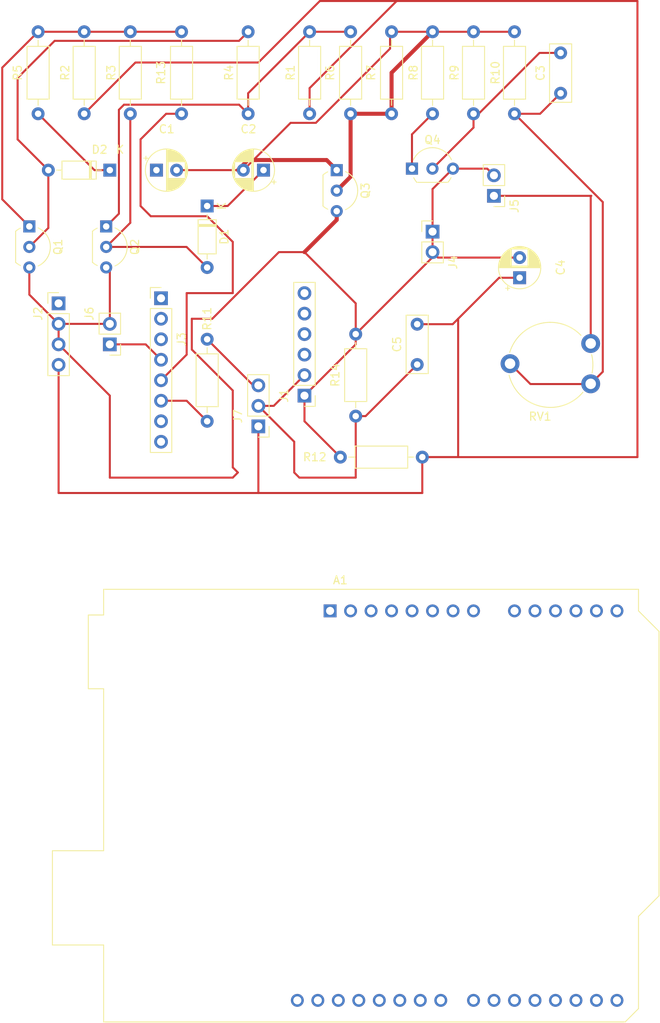
<source format=kicad_pcb>
(kicad_pcb (version 20221018) (generator pcbnew)
  (layers (0 "F.Cu" signal) (31 "B.Cu" signal) (34 "B.Paste" user) (35 "F.Paste" user) (36 "B.SilkS" user "B.Silkscreen") (37 "F.SilkS" user "F.Silkscreen") (38 "B.Mask" user) (39 "F.Mask" user) (44 "Edge.Cuts" user))
  (net 0 "")
  (net 1 "Net-(D2-K)")
  (net 2 "Net-(Q3-C)")
  (net 3 "Net-(D1-K)")
  (net 4 "Net-(C3-Pad1)")
  (net 5 "Net-(Q4-B)")
  (net 6 "VCC")
  (net 7 "GND")
  (net 8 "Net-(J1-Pin_2)")
  (net 9 "Net-(D1-A)")
  (net 10 "Net-(D2-A)")
  (net 11 "Micro")
  (net 12 "Taste")
  (net 13 "Net-(Q2-C)")
  (net 14 "Net-(Q1-C)")
  (net 15 "Net-(Q3-B)")
  (net 16 "Net-(Q4-C)")
  (net 17 "Net-(J7-Pin_3)")
  (net 18 "Net-(J3-Pin_6)")
  (net 19 "DI6")
  (footprint "Potentiometer_THT:Potentiometer_Piher_PT-10-V10_Vertical_Hole" (layer "F.Cu") (at 150.415 104.03 180)
    (fp_text reference "RV1" (at 6.27 -9.05) (layer "F.SilkS"))
    (fp_text value "10k")
    (pad "" np_thru_hole circle (at 5 -2.65 180) (size 4 4) (drill 4) (layers "*.Cu" "*.Mask"))
    (pad "1" thru_hole circle (at 0 0 180) (size 2.34 2.34) (drill 1.3) (layers "*.Cu" "*.Mask") (net 11 "Micro"))
    (pad "2" thru_hole circle (at 10 -2.5 180) (size 2.34 2.34) (drill 1.3) (layers "*.Cu" "*.Mask") (net 4 "Net-(C3-Pad1)"))
    (pad "3" thru_hole circle (at 0 -5 180) (size 2.34 2.34) (drill 1.3) (layers "*.Cu" "*.Mask") (net 4 "Net-(C3-Pad1)"))
  )
  (footprint "Resistor_THT:R_Axial_DIN0207_L6.3mm_D2.5mm_P10.16mm_Horizontal" (layer "F.Cu") (at 115.57 75.565 90)
    (fp_text reference "R1" (at 5.08 -2.37 90) (layer "F.SilkS"))
    (fp_text value "1k")
    (pad "1" thru_hole circle (at 0 0 90) (size 1.6 1.6) (drill 0.8) (layers "*.Cu" "*.Mask") (net 6 "VCC"))
    (pad "2" thru_hole oval (at 10.16 0 90) (size 1.6 1.6) (drill 0.8) (layers "*.Cu" "*.Mask") (net 13 "Net-(Q2-C)"))
  )
  (footprint "Resistor_THT:R_Axial_DIN0207_L6.3mm_D2.5mm_P10.16mm_Horizontal" (layer "F.Cu") (at 102.87 103.505 -90)
    (fp_text reference "R11" (at -2.54 0 90) (layer "F.SilkS"))
    (fp_text value "470")
    (pad "1" thru_hole circle (at 0 0 270) (size 1.6 1.6) (drill 0.8) (layers "*.Cu" "*.Mask") (net 17 "Net-(J7-Pin_3)"))
    (pad "2" thru_hole oval (at 10.16 0 270) (size 1.6 1.6) (drill 0.8) (layers "*.Cu" "*.Mask") (net 18 "Net-(J3-Pin_6)"))
  )
  (footprint "Resistor_THT:R_Axial_DIN0207_L6.3mm_D2.5mm_P10.16mm_Horizontal" (layer "F.Cu") (at 99.695 65.405 -90)
    (fp_text reference "R13" (at 5.08 2.54 90) (layer "F.SilkS"))
    (fp_text value "470")
    (pad "1" thru_hole circle (at 0 0 270) (size 1.6 1.6) (drill 0.8) (layers "*.Cu" "*.Mask") (net 14 "Net-(Q1-C)"))
    (pad "2" thru_hole oval (at 10.16 0 270) (size 1.6 1.6) (drill 0.8) (layers "*.Cu" "*.Mask") (net 19 "DI6"))
  )
  (footprint "Resistor_THT:R_Axial_DIN0207_L6.3mm_D2.5mm_P10.16mm_Horizontal" (layer "F.Cu") (at 81.915 65.405 -90)
    (fp_text reference "R5" (at 5.08 2.54 90) (layer "F.SilkS"))
    (fp_text value "1k")
    (pad "1" thru_hole circle (at 0 0 270) (size 1.6 1.6) (drill 0.8) (layers "*.Cu" "*.Mask") (net 14 "Net-(Q1-C)"))
    (pad "2" thru_hole oval (at 10.16 0 270) (size 1.6 1.6) (drill 0.8) (layers "*.Cu" "*.Mask") (net 1 "Net-(D2-K)"))
  )
  (footprint "Connector_PinHeader_2.54mm:PinHeader_1x03_P2.54mm_Vertical" (layer "F.Cu") (at 109.22 114.3 180)
    (fp_text reference "J7" (at 2.54 1.255 90) (layer "F.SilkS"))
    (fp_text value "03")
    (pad "1" thru_hole rect (at 0 0 180) (size 1.7 1.7) (drill 1) (layers "*.Cu" "*.Mask") (net 6 "VCC"))
    (pad "2" thru_hole oval (at 0 2.54 180) (size 1.7 1.7) (drill 1) (layers "*.Cu" "*.Mask") (net 8 "Net-(J1-Pin_2)"))
    (pad "3" thru_hole oval (at 0 5.08 180) (size 1.7 1.7) (drill 1) (layers "*.Cu" "*.Mask") (net 17 "Net-(J7-Pin_3)"))
  )
  (footprint "Diode_THT:D_DO-35_SOD27_P7.62mm_Horizontal" (layer "F.Cu") (at 102.87 86.995 -90)
    (fp_text reference "D1" (at 3.81 -2.12 -270) (layer "F.SilkS"))
    (fp_text value "1N4148")
    (fp_text user "K" (at 0 -1.8 -270) (layer "F.SilkS"))
    (pad "1" thru_hole rect (at 0 0 270) (size 1.6 1.6) (drill 0.8) (layers "*.Cu" "*.Mask") (net 3 "Net-(D1-K)"))
    (pad "2" thru_hole oval (at 7.62 0 270) (size 1.6 1.6) (drill 0.8) (layers "*.Cu" "*.Mask") (net 9 "Net-(D1-A)"))
  )
  (footprint "Resistor_THT:R_Axial_DIN0207_L6.3mm_D2.5mm_P10.16mm_Horizontal" (layer "F.Cu") (at 87.63 75.565 90)
    (fp_text reference "R2" (at 5.08 -2.37 90) (layer "F.SilkS"))
    (fp_text value "1k")
    (pad "1" thru_hole circle (at 0 0 90) (size 1.6 1.6) (drill 0.8) (layers "*.Cu" "*.Mask") (net 6 "VCC"))
    (pad "2" thru_hole oval (at 10.16 0 90) (size 1.6 1.6) (drill 0.8) (layers "*.Cu" "*.Mask") (net 14 "Net-(Q1-C)"))
  )
  (footprint "Package_TO_SOT_THT:TO-92L_Inline_Wide" (layer "F.Cu") (at 80.83 89.525 -90)
    (fp_text reference "Q1" (at 2.54 -3.56 90) (layer "F.SilkS"))
    (fp_text value "BC547")
    (pad "1" thru_hole rect (at 0 0 270) (size 1.5 1.5) (drill 0.8) (layers "*.Cu" "*.Mask") (net 14 "Net-(Q1-C)"))
    (pad "2" thru_hole circle (at 2.54 0 270) (size 1.5 1.5) (drill 0.8) (layers "*.Cu" "*.Mask") (net 10 "Net-(D2-A)"))
    (pad "3" thru_hole circle (at 5.08 0 270) (size 1.5 1.5) (drill 0.8) (layers "*.Cu" "*.Mask") (net 7 "GND"))
  )
  (footprint "Capacitor_THT:CP_Radial_D5.0mm_P2.50mm" (layer "F.Cu") (at 96.584888 82.55)
    (fp_text reference "C1" (at 1.27 -5.08) (layer "F.SilkS"))
    (fp_text value "47μF")
    (pad "1" thru_hole rect (at 0 0) (size 1.6 1.6) (drill 0.8) (layers "*.Cu" "*.Mask") (net 1 "Net-(D2-K)"))
    (pad "2" thru_hole circle (at 2.5 0) (size 1.6 1.6) (drill 0.8) (layers "*.Cu" "*.Mask") (net 2 "Net-(Q3-C)"))
  )
  (footprint "Package_TO_SOT_THT:TO-92L_Inline_Wide" (layer "F.Cu") (at 118.93 82.55 -90)
    (fp_text reference "Q3" (at 2.54 -3.56 90) (layer "F.SilkS"))
    (fp_text value "BC547")
    (pad "1" thru_hole rect (at 0 0 270) (size 1.5 1.5) (drill 0.8) (layers "*.Cu" "*.Mask") (net 2 "Net-(Q3-C)"))
    (pad "2" thru_hole circle (at 2.54 0 270) (size 1.5 1.5) (drill 0.8) (layers "*.Cu" "*.Mask") (net 15 "Net-(Q3-B)"))
    (pad "3" thru_hole circle (at 5.08 0 270) (size 1.5 1.5) (drill 0.8) (layers "*.Cu" "*.Mask") (net 7 "GND"))
  )
  (footprint "Connector_PinHeader_2.54mm:PinHeader_1x02_P2.54mm_Vertical" (layer "F.Cu") (at 138.42 85.735 180)
    (fp_text reference "J5" (at -2.54 -1.27 90) (layer "F.SilkS"))
    (fp_text value "Micro")
    (pad "1" thru_hole rect (at 0 0 180) (size 1.7 1.7) (drill 1) (layers "*.Cu" "*.Mask") (net 11 "Micro"))
    (pad "2" thru_hole oval (at 0 2.54 180) (size 1.7 1.7) (drill 1) (layers "*.Cu" "*.Mask") (net 7 "GND"))
  )
  (footprint "Resistor_THT:R_Axial_DIN0207_L6.3mm_D2.5mm_P10.16mm_Horizontal" (layer "F.Cu") (at 121.285 102.87 -90)
    (fp_text reference "R14" (at 5.08 2.54 90) (layer "F.SilkS"))
    (fp_text value "0,22")
    (pad "1" thru_hole circle (at 0 0 270) (size 1.6 1.6) (drill 0.8) (layers "*.Cu" "*.Mask") (net 7 "GND"))
    (pad "2" thru_hole oval (at 10.16 0 270) (size 1.6 1.6) (drill 0.8) (layers "*.Cu" "*.Mask") (net 8 "Net-(J1-Pin_2)"))
  )
  (footprint "Diode_THT:D_DO-35_SOD27_P7.62mm_Horizontal" (layer "F.Cu") (at 90.805 82.55 180)
    (fp_text reference "D2" (at 1.27 2.54) (layer "F.SilkS"))
    (fp_text value "1N4148")
    (fp_text user "K" (at -1.27 2.54) (layer "F.SilkS"))
    (pad "1" thru_hole rect (at 0 0 180) (size 1.6 1.6) (drill 0.8) (layers "*.Cu" "*.Mask") (net 1 "Net-(D2-K)"))
    (pad "2" thru_hole oval (at 7.62 0 180) (size 1.6 1.6) (drill 0.8) (layers "*.Cu" "*.Mask") (net 10 "Net-(D2-A)"))
  )
  (footprint "Connector_PinHeader_2.54mm:PinHeader_1x08_P2.54mm_Vertical" (layer "F.Cu") (at 97.155 98.425)
    (fp_text reference "J3" (at 2.54 5.08 90) (layer "F.SilkS"))
    (fp_text value "DIGITAL")
    (pad "1" thru_hole rect (at 0 0) (size 1.7 1.7) (drill 1) (layers "*.Cu" "*.Mask"))
    (pad "2" thru_hole oval (at 0 2.54) (size 1.7 1.7) (drill 1) (layers "*.Cu" "*.Mask"))
    (pad "3" thru_hole oval (at 0 5.08) (size 1.7 1.7) (drill 1) (layers "*.Cu" "*.Mask"))
    (pad "4" thru_hole oval (at 0 7.62) (size 1.7 1.7) (drill 1) (layers "*.Cu" "*.Mask") (net 12 "Taste"))
    (pad "5" thru_hole oval (at 0 10.16) (size 1.7 1.7) (drill 1) (layers "*.Cu" "*.Mask") (net 19 "DI6"))
    (pad "6" thru_hole oval (at 0 12.7) (size 1.7 1.7) (drill 1) (layers "*.Cu" "*.Mask") (net 18 "Net-(J3-Pin_6)"))
    (pad "7" thru_hole oval (at 0 15.24) (size 1.7 1.7) (drill 1) (layers "*.Cu" "*.Mask"))
    (pad "8" thru_hole oval (at 0 17.78) (size 1.7 1.7) (drill 1) (layers "*.Cu" "*.Mask"))
  )
  (footprint "Connector_PinHeader_2.54mm:PinHeader_1x02_P2.54mm_Vertical" (layer "F.Cu") (at 130.81 90.17)
    (fp_text reference "J4" (at 2.54 3.81 90) (layer "F.SilkS"))
    (fp_text value "LDR")
    (pad "1" thru_hole rect (at 0 0) (size 1.7 1.7) (drill 1) (layers "*.Cu" "*.Mask") (net 7 "GND"))
    (pad "2" thru_hole oval (at 0 2.54) (size 1.7 1.7) (drill 1) (layers "*.Cu" "*.Mask") (net 7 "GND"))
  )
  (footprint "Package_TO_SOT_THT:TO-92L_Inline_Wide" (layer "F.Cu") (at 128.26 82.365)
    (fp_text reference "Q4" (at 2.54 -3.56) (layer "F.SilkS"))
    (fp_text value "BC547")
    (pad "1" thru_hole rect (at 0 0) (size 1.5 1.5) (drill 0.8) (layers "*.Cu" "*.Mask") (net 16 "Net-(Q4-C)"))
    (pad "2" thru_hole circle (at 2.54 0) (size 1.5 1.5) (drill 0.8) (layers "*.Cu" "*.Mask") (net 5 "Net-(Q4-B)"))
    (pad "3" thru_hole circle (at 5.08 0) (size 1.5 1.5) (drill 0.8) (layers "*.Cu" "*.Mask") (net 7 "GND"))
  )
  (footprint "Connector_PinHeader_2.54mm:PinHeader_1x04_P2.54mm_Vertical" (layer "F.Cu") (at 84.455 99.06)
    (fp_text reference "J2" (at -2.54 1.27 90) (layer "F.SilkS"))
    (fp_text value "Power")
    (pad "1" thru_hole rect (at 0 0) (size 1.7 1.7) (drill 1) (layers "*.Cu" "*.Mask"))
    (pad "2" thru_hole oval (at 0 2.54) (size 1.7 1.7) (drill 1) (layers "*.Cu" "*.Mask") (net 7 "GND"))
    (pad "3" thru_hole oval (at 0 5.08) (size 1.7 1.7) (drill 1) (layers "*.Cu" "*.Mask") (net 7 "GND"))
    (pad "4" thru_hole oval (at 0 7.62) (size 1.7 1.7) (drill 1) (layers "*.Cu" "*.Mask") (net 6 "VCC"))
  )
  (footprint "Connector_PinHeader_2.54mm:PinHeader_1x06_P2.54mm_Vertical" (layer "F.Cu") (at 114.935 110.49 180)
    (fp_text reference "J1" (at 2.54 0 90) (layer "F.SilkS"))
    (fp_text value "Analog IN")
    (pad "1" thru_hole rect (at 0 0 180) (size 1.7 1.7) (drill 1) (layers "*.Cu" "*.Mask") (net 7 "GND"))
    (pad "2" thru_hole oval (at 0 2.54 180) (size 1.7 1.7) (drill 1) (layers "*.Cu" "*.Mask") (net 8 "Net-(J1-Pin_2)"))
    (pad "3" thru_hole oval (at 0 5.08 180) (size 1.7 1.7) (drill 1) (layers "*.Cu" "*.Mask"))
    (pad "4" thru_hole oval (at 0 7.62 180) (size 1.7 1.7) (drill 1) (layers "*.Cu" "*.Mask"))
    (pad "5" thru_hole oval (at 0 10.16 180) (size 1.7 1.7) (drill 1) (layers "*.Cu" "*.Mask"))
    (pad "6" thru_hole oval (at 0 12.7 180) (size 1.7 1.7) (drill 1) (layers "*.Cu" "*.Mask"))
  )
  (footprint "Resistor_THT:R_Axial_DIN0207_L6.3mm_D2.5mm_P10.16mm_Horizontal" (layer "F.Cu") (at 130.81 75.565 90)
    (fp_text reference "R8" (at 5.08 -2.37 90) (layer "F.SilkS"))
    (fp_text value "4k7")
    (pad "1" thru_hole circle (at 0 0 90) (size 1.6 1.6) (drill 0.8) (layers "*.Cu" "*.Mask") (net 16 "Net-(Q4-C)"))
    (pad "2" thru_hole oval (at 10.16 0 90) (size 1.6 1.6) (drill 0.8) (layers "*.Cu" "*.Mask") (net 15 "Net-(Q3-B)"))
  )
  (footprint "Capacitor_THT:C_Disc_D7.0mm_W2.5mm_P5.00mm" (layer "F.Cu") (at 146.685 73.025 90)
    (fp_text reference "C3" (at 2.5 -2.5 90) (layer "F.SilkS"))
    (fp_text value "100NF")
    (pad "1" thru_hole circle (at 0 0 90) (size 1.6 1.6) (drill 0.8) (layers "*.Cu" "*.Mask") (net 4 "Net-(C3-Pad1)"))
    (pad "2" thru_hole circle (at 5 0 90) (size 1.6 1.6) (drill 0.8) (layers "*.Cu" "*.Mask") (net 5 "Net-(Q4-B)"))
  )
  (footprint "Capacitor_THT:CP_Radial_D5.0mm_P2.50mm" (layer "F.Cu") (at 141.605 95.885 90)
    (fp_text reference "C4" (at 1.27 5.08 270) (layer "F.SilkS"))
    (fp_text value "47μF")
    (pad "1" thru_hole rect (at 0 0 90) (size 1.6 1.6) (drill 0.8) (layers "*.Cu" "*.Mask") (net 6 "VCC"))
    (pad "2" thru_hole circle (at 2.5 0 90) (size 1.6 1.6) (drill 0.8) (layers "*.Cu" "*.Mask") (net 7 "GND"))
  )
  (footprint "Module:Arduino_UNO_R2" (layer "F.Cu") (at 118.11 137.16)
    (fp_text reference "A1" (at 1.27 -3.81 180) (layer "F.SilkS"))
    (fp_text value "Arduino_UNO_R2")
    (pad "1" thru_hole rect (at 0 0 90) (size 1.6 1.6) (drill 1) (layers "*.Cu" "*.Mask"))
    (pad "2" thru_hole oval (at 2.54 0 90) (size 1.6 1.6) (drill 1) (layers "*.Cu" "*.Mask"))
    (pad "3" thru_hole oval (at 5.08 0 90) (size 1.6 1.6) (drill 1) (layers "*.Cu" "*.Mask"))
    (pad "4" thru_hole oval (at 7.62 0 90) (size 1.6 1.6) (drill 1) (layers "*.Cu" "*.Mask"))
    (pad "5" thru_hole oval (at 10.16 0 90) (size 1.6 1.6) (drill 1) (layers "*.Cu" "*.Mask"))
    (pad "6" thru_hole oval (at 12.7 0 90) (size 1.6 1.6) (drill 1) (layers "*.Cu" "*.Mask"))
    (pad "7" thru_hole oval (at 15.24 0 90) (size 1.6 1.6) (drill 1) (layers "*.Cu" "*.Mask"))
    (pad "8" thru_hole oval (at 17.78 0 90) (size 1.6 1.6) (drill 1) (layers "*.Cu" "*.Mask"))
    (pad "9" thru_hole oval (at 22.86 0 90) (size 1.6 1.6) (drill 1) (layers "*.Cu" "*.Mask"))
    (pad "10" thru_hole oval (at 25.4 0 90) (size 1.6 1.6) (drill 1) (layers "*.Cu" "*.Mask"))
    (pad "11" thru_hole oval (at 27.94 0 90) (size 1.6 1.6) (drill 1) (layers "*.Cu" "*.Mask"))
    (pad "12" thru_hole oval (at 30.48 0 90) (size 1.6 1.6) (drill 1) (layers "*.Cu" "*.Mask"))
    (pad "13" thru_hole oval (at 33.02 0 90) (size 1.6 1.6) (drill 1) (layers "*.Cu" "*.Mask"))
    (pad "14" thru_hole oval (at 35.56 0 90) (size 1.6 1.6) (drill 1) (layers "*.Cu" "*.Mask"))
    (pad "15" thru_hole oval (at 35.56 48.26 90) (size 1.6 1.6) (drill 1) (layers "*.Cu" "*.Mask"))
    (pad "16" thru_hole oval (at 33.02 48.26 90) (size 1.6 1.6) (drill 1) (layers "*.Cu" "*.Mask"))
    (pad "17" thru_hole oval (at 30.48 48.26 90) (size 1.6 1.6) (drill 1) (layers "*.Cu" "*.Mask"))
    (pad "18" thru_hole oval (at 27.94 48.26 90) (size 1.6 1.6) (drill 1) (layers "*.Cu" "*.Mask"))
    (pad "19" thru_hole oval (at 25.4 48.26 90) (size 1.6 1.6) (drill 1) (layers "*.Cu" "*.Mask"))
    (pad "20" thru_hole oval (at 22.86 48.26 90) (size 1.6 1.6) (drill 1) (layers "*.Cu" "*.Mask"))
    (pad "21" thru_hole oval (at 20.32 48.26 90) (size 1.6 1.6) (drill 1) (layers "*.Cu" "*.Mask"))
    (pad "22" thru_hole oval (at 17.78 48.26 90) (size 1.6 1.6) (drill 1) (layers "*.Cu" "*.Mask"))
    (pad "23" thru_hole oval (at 13.72 48.26 90) (size 1.6 1.6) (drill 1) (layers "*.Cu" "*.Mask"))
    (pad "24" thru_hole oval (at 11.18 48.26 90) (size 1.6 1.6) (drill 1) (layers "*.Cu" "*.Mask"))
    (pad "25" thru_hole oval (at 8.64 48.26 90) (size 1.6 1.6) (drill 1) (layers "*.Cu" "*.Mask"))
    (pad "26" thru_hole oval (at 6.1 48.26 90) (size 1.6 1.6) (drill 1) (layers "*.Cu" "*.Mask"))
    (pad "27" thru_hole oval (at 3.56 48.26 90) (size 1.6 1.6) (drill 1) (layers "*.Cu" "*.Mask"))
    (pad "28" thru_hole oval (at 1.02 48.26 90) (size 1.6 1.6) (drill 1) (layers "*.Cu" "*.Mask"))
    (pad "29" thru_hole oval (at -1.52 48.26 90) (size 1.6 1.6) (drill 1) (layers "*.Cu" "*.Mask"))
    (pad "30" thru_hole oval (at -4.06 48.26 90) (size 1.6 1.6) (drill 1) (layers "*.Cu" "*.Mask"))
  )
  (footprint "Package_TO_SOT_THT:TO-92L_Inline_Wide" (layer "F.Cu") (at 90.355 89.525 -90)
    (fp_text reference "Q2" (at 2.54 -3.56 90) (layer "F.SilkS"))
    (fp_text value "BC547")
    (pad "1" thru_hole rect (at 0 0 270) (size 1.5 1.5) (drill 0.8) (layers "*.Cu" "*.Mask") (net 13 "Net-(Q2-C)"))
    (pad "2" thru_hole circle (at 2.54 0 270) (size 1.5 1.5) (drill 0.8) (layers "*.Cu" "*.Mask") (net 9 "Net-(D1-A)"))
    (pad "3" thru_hole circle (at 5.08 0 270) (size 1.5 1.5) (drill 0.8) (layers "*.Cu" "*.Mask") (net 7 "GND"))
  )
  (footprint "Resistor_THT:R_Axial_DIN0207_L6.3mm_D2.5mm_P10.16mm_Horizontal" (layer "F.Cu") (at 107.95 75.565 90)
    (fp_text reference "R4" (at 5.08 -2.37 90) (layer "F.SilkS"))
    (fp_text value "22k")
    (pad "1" thru_hole circle (at 0 0 90) (size 1.6 1.6) (drill 0.8) (layers "*.Cu" "*.Mask") (net 13 "Net-(Q2-C)"))
    (pad "2" thru_hole oval (at 10.16 0 90) (size 1.6 1.6) (drill 0.8) (layers "*.Cu" "*.Mask") (net 10 "Net-(D2-A)"))
  )
  (footprint "Capacitor_THT:CP_Radial_D5.0mm_P2.50mm" (layer "F.Cu") (at 109.855 82.55 180)
    (fp_text reference "C2" (at 1.865 5.08) (layer "F.SilkS"))
    (fp_text value "47μF")
    (pad "1" thru_hole rect (at 0 0 180) (size 1.6 1.6) (drill 0.8) (layers "*.Cu" "*.Mask") (net 3 "Net-(D1-K)"))
    (pad "2" thru_hole circle (at 2.5 0 180) (size 1.6 1.6) (drill 0.8) (layers "*.Cu" "*.Mask") (net 2 "Net-(Q3-C)"))
  )
  (footprint "Resistor_THT:R_Axial_DIN0207_L6.3mm_D2.5mm_P10.16mm_Horizontal" (layer "F.Cu") (at 135.89 75.565 90)
    (fp_text reference "R9" (at 5.08 -2.37 90) (layer "F.SilkS"))
    (fp_text value "160k")
    (pad "1" thru_hole circle (at 0 0 90) (size 1.6 1.6) (drill 0.8) (layers "*.Cu" "*.Mask") (net 5 "Net-(Q4-B)"))
    (pad "2" thru_hole oval (at 10.16 0 90) (size 1.6 1.6) (drill 0.8) (layers "*.Cu" "*.Mask") (net 15 "Net-(Q3-B)"))
  )
  (footprint "Connector_PinHeader_2.54mm:PinHeader_1x02_P2.54mm_Vertical" (layer "F.Cu") (at 90.805 104.14 180)
    (fp_text reference "J6" (at 2.54 3.81 90) (layer "F.SilkS"))
    (fp_text value "Taste")
    (pad "1" thru_hole rect (at 0 0 180) (size 1.7 1.7) (drill 1) (layers "*.Cu" "*.Mask") (net 12 "Taste"))
    (pad "2" thru_hole oval (at 0 2.54 180) (size 1.7 1.7) (drill 1) (layers "*.Cu" "*.Mask") (net 7 "GND"))
  )
  (footprint "Resistor_THT:R_Axial_DIN0207_L6.3mm_D2.5mm_P10.16mm_Horizontal" (layer "F.Cu") (at 93.345 75.565 90)
    (fp_text reference "R3" (at 5.08 -2.37 90) (layer "F.SilkS"))
    (fp_text value "22k")
    (pad "1" thru_hole circle (at 0 0 90) (size 1.6 1.6) (drill 0.8) (layers "*.Cu" "*.Mask") (net 9 "Net-(D1-A)"))
    (pad "2" thru_hole oval (at 10.16 0 90) (size 1.6 1.6) (drill 0.8) (layers "*.Cu" "*.Mask") (net 14 "Net-(Q1-C)"))
  )
  (footprint "Resistor_THT:R_Axial_DIN0207_L6.3mm_D2.5mm_P10.16mm_Horizontal" (layer "F.Cu") (at 129.54 118.11 180)
    (fp_text reference "R12" (at 13.335 0) (layer "F.SilkS"))
    (fp_text value "10k")
    (pad "1" thru_hole circle (at 0 0 180) (size 1.6 1.6) (drill 0.8) (layers "*.Cu" "*.Mask") (net 6 "VCC"))
    (pad "2" thru_hole oval (at 10.16 0 180) (size 1.6 1.6) (drill 0.8) (layers "*.Cu" "*.Mask") (net 7 "GND"))
  )
  (footprint "Resistor_THT:R_Axial_DIN0207_L6.3mm_D2.5mm_P10.16mm_Horizontal" (layer "F.Cu") (at 120.65 65.405 -90)
    (fp_text reference "R6" (at 5.08 2.54 90) (layer "F.SilkS"))
    (fp_text value "1k")
    (pad "1" thru_hole circle (at 0 0 270) (size 1.6 1.6) (drill 0.8) (layers "*.Cu" "*.Mask") (net 13 "Net-(Q2-C)"))
    (pad "2" thru_hole oval (at 10.16 0 270) (size 1.6 1.6) (drill 0.8) (layers "*.Cu" "*.Mask") (net 15 "Net-(Q3-B)"))
  )
  (footprint "Capacitor_THT:C_Disc_D7.0mm_W2.5mm_P5.00mm" (layer "F.Cu") (at 128.905 106.64 90)
    (fp_text reference "C5" (at 2.5 -2.5 90) (layer "F.SilkS"))
    (fp_text value "100NF")
    (pad "1" thru_hole circle (at 0 0 90) (size 1.6 1.6) (drill 0.8) (layers "*.Cu" "*.Mask") (net 8 "Net-(J1-Pin_2)"))
    (pad "2" thru_hole circle (at 5 0 90) (size 1.6 1.6) (drill 0.8) (layers "*.Cu" "*.Mask") (net 6 "VCC"))
  )
  (footprint "Resistor_THT:R_Axial_DIN0207_L6.3mm_D2.5mm_P10.16mm_Horizontal" (layer "F.Cu") (at 125.73 75.565 90)
    (fp_text reference "R7" (at 5.08 -2.54 90) (layer "F.SilkS"))
    (fp_text value "10k")
    (pad "1" thru_hole circle (at 0 0 90) (size 1.6 1.6) (drill 0.8) (layers "*.Cu" "*.Mask") (net 15 "Net-(Q3-B)"))
    (pad "2" thru_hole oval (at 10.16 0 90) (size 1.6 1.6) (drill 0.8) (layers "*.Cu" "*.Mask") (net 2 "Net-(Q3-C)"))
  )
  (footprint "Resistor_THT:R_Axial_DIN0207_L6.3mm_D2.5mm_P10.16mm_Horizontal" (layer "F.Cu") (at 140.97 75.565 90)
    (fp_text reference "R10" (at 5.08 -2.37 90) (layer "F.SilkS"))
    (fp_text value "10k")
    (pad "1" thru_hole circle (at 0 0 90) (size 1.6 1.6) (drill 0.8) (layers "*.Cu" "*.Mask") (net 4 "Net-(C3-Pad1)"))
    (pad "2" thru_hole oval (at 10.16 0 90) (size 1.6 1.6) (drill 0.8) (layers "*.Cu" "*.Mask") (net 15 "Net-(Q3-B)"))
  )
  (segment (start 90.805 82.55) (end 88.9 82.55) (width 0.25) (layer "F.Cu") (net 1))
  (segment (start 88.9 82.55) (end 81.915 75.565) (width 0.25) (layer "F.Cu") (net 1))
  (segment (start 107.355 82.55) (end 106.68 82.55) (width 0.25) (layer "F.Cu") (net 2))
  (segment (start 118.93 82.55) (end 117.68 81.3) (width 0.5) (layer "F.Cu") (net 2))
  (segment (start 107.355 82.55) (end 113.215 76.69) (width 0.25) (layer "F.Cu") (net 2))
  (segment (start 107.93 81.3) (end 106.68 82.55) (width 0.5) (layer "F.Cu") (net 2))
  (segment (start 117.68 81.3) (end 107.93 81.3) (width 0.5) (layer "F.Cu") (net 2))
  (segment (start 125.543604 67.496396) (end 125.543604 65.855) (width 0.25) (layer "F.Cu") (net 2))
  (segment (start 116.35 76.69) (end 125.543604 67.496396) (width 0.25) (layer "F.Cu") (net 2))
  (segment (start 106.68 82.55) (end 99.084888 82.55) (width 0.25) (layer "F.Cu") (net 2))
  (segment (start 113.215 76.69) (end 116.35 76.69) (width 0.25) (layer "F.Cu") (net 2))
  (segment (start 125.543604 65.855) (end 125.411802 65.723198) (width 0.25) (layer "F.Cu") (net 2))
  (segment (start 105.41 86.995) (end 109.855 82.55) (width 0.25) (layer "F.Cu") (net 3))
  (segment (start 102.87 86.995) (end 105.41 86.995) (width 0.25) (layer "F.Cu") (net 3))
  (segment (start 150.39 109.055) (end 150.415 109.03) (width 0.25) (layer "F.Cu") (net 4))
  (segment (start 140.97 75.565) (end 144.145 75.565) (width 0.25) (layer "F.Cu") (net 4))
  (segment (start 151.91 86.505) (end 140.97 75.565) (width 0.25) (layer "F.Cu") (net 4))
  (segment (start 140.415 106.53) (end 142.94 109.055) (width 0.25) (layer "F.Cu") (net 4))
  (segment (start 144.145 75.565) (end 146.685 73.025) (width 0.25) (layer "F.Cu") (net 4))
  (segment (start 142.94 109.055) (end 150.39 109.055) (width 0.25) (layer "F.Cu") (net 4))
  (segment (start 151.91 107.535) (end 151.91 86.505) (width 0.25) (layer "F.Cu") (net 4))
  (segment (start 150.415 109.03) (end 151.91 107.535) (width 0.25) (layer "F.Cu") (net 4))
  (segment (start 135.89 77.275) (end 135.89 75.565) (width 0.25) (layer "F.Cu") (net 5))
  (segment (start 130.8 82.365) (end 135.89 77.275) (width 0.25) (layer "F.Cu") (net 5))
  (segment (start 135.89 75.565) (end 136.525 75.565) (width 0.25) (layer "F.Cu") (net 5))
  (segment (start 144.065 68.025) (end 146.685 68.025) (width 0.25) (layer "F.Cu") (net 5))
  (segment (start 136.525 75.565) (end 144.065 68.025) (width 0.25) (layer "F.Cu") (net 5))
  (segment (start 133.985 118.11) (end 133.985 100.965) (width 0.25) (layer "F.Cu") (net 6))
  (segment (start 129.54 118.11) (end 133.985 118.11) (width 0.25) (layer "F.Cu") (net 6))
  (segment (start 115.57 75.565) (end 115.57 72.39) (width 0.25) (layer "F.Cu") (net 6))
  (segment (start 129.54 122.555) (end 109.22 122.555) (width 0.25) (layer "F.Cu") (net 6))
  (segment (start 156.21 61.595) (end 156.21 118.11) (width 0.25) (layer "F.Cu") (net 6))
  (segment (start 84.455 122.555) (end 109.22 122.555) (width 0.25) (layer "F.Cu") (net 6))
  (segment (start 129.54 118.11) (end 129.54 122.555) (width 0.25) (layer "F.Cu") (net 6))
  (segment (start 133.31 101.64) (end 128.905 101.64) (width 0.25) (layer "F.Cu") (net 6))
  (segment (start 141.605 95.885) (end 139.065 95.885) (width 0.25) (layer "F.Cu") (net 6))
  (segment (start 116.84 61.595) (end 126.365 61.595) (width 0.25) (layer "F.Cu") (net 6))
  (segment (start 115.57 72.39) (end 126.365 61.595) (width 0.25) (layer "F.Cu") (net 6))
  (segment (start 84.455 106.68) (end 84.455 122.555) (width 0.25) (layer "F.Cu") (net 6))
  (segment (start 93.98 69.215) (end 109.22 69.215) (width 0.25) (layer "F.Cu") (net 6))
  (segment (start 156.21 118.11) (end 129.54 118.11) (width 0.25) (layer "F.Cu") (net 6))
  (segment (start 133.985 100.965) (end 133.31 101.64) (width 0.25) (layer "F.Cu") (net 6))
  (segment (start 126.365 61.595) (end 156.21 61.595) (width 0.25) (layer "F.Cu") (net 6))
  (segment (start 87.63 75.565) (end 93.98 69.215) (width 0.25) (layer "F.Cu") (net 6))
  (segment (start 109.22 69.215) (end 116.84 61.595) (width 0.25) (layer "F.Cu") (net 6))
  (segment (start 139.065 95.885) (end 133.985 100.965) (width 0.25) (layer "F.Cu") (net 6))
  (segment (start 109.22 122.555) (end 109.22 114.3) (width 0.25) (layer "F.Cu") (net 6))
  (segment (start 118.93 88.715) (end 114.935 92.71) (width 0.5) (layer "F.Cu") (net 7))
  (segment (start 133.34 82.365) (end 137.59 82.365) (width 0.25) (layer "F.Cu") (net 7))
  (segment (start 121.285 104.14) (end 121.285 102.87) (width 0.25) (layer "F.Cu") (net 7))
  (segment (start 130.81 92.71) (end 130.81 90.17) (width 0.25) (layer "F.Cu") (net 7))
  (segment (start 90.805 101.6) (end 90.805 95.055) (width 0.25) (layer "F.Cu") (net 7))
  (segment (start 100.965 100.965) (end 103.506396 100.965) (width 0.25) (layer "F.Cu") (net 7))
  (segment (start 84.455 101.6) (end 84.455 104.14) (width 0.25) (layer "F.Cu") (net 7))
  (segment (start 106.045 119.38) (end 106.045 109.855) (width 0.25) (layer "F.Cu") (net 7))
  (segment (start 80.83 97.975) (end 80.83 94.605) (width 0.25) (layer "F.Cu") (net 7))
  (segment (start 106.045 109.855) (end 100.965 104.775) (width 0.25) (layer "F.Cu") (net 7))
  (segment (start 111.761396 92.71) (end 114.935 92.71) (width 0.25) (layer "F.Cu") (net 7))
  (segment (start 84.455 101.6) (end 90.805 101.6) (width 0.25) (layer "F.Cu") (net 7))
  (segment (start 130.81 90.17) (end 130.81 84.895) (width 0.25) (layer "F.Cu") (net 7))
  (segment (start 131.485 93.385) (end 130.81 92.71) (width 0.25) (layer "F.Cu") (net 7))
  (segment (start 114.935 110.49) (end 114.935 113.665) (width 0.25) (layer "F.Cu") (net 7))
  (segment (start 90.805 95.055) (end 90.355 94.605) (width 0.25) (layer "F.Cu") (net 7))
  (segment (start 90.805 120.65) (end 106.045 120.65) (width 0.25) (layer "F.Cu") (net 7))
  (segment (start 121.285 99.06) (end 121.285 102.87) (width 0.25) (layer "F.Cu") (net 7))
  (segment (start 84.455 104.14) (end 90.805 110.49) (width 0.25) (layer "F.Cu") (net 7))
  (segment (start 114.935 110.49) (end 121.285 104.14) (width 0.25) (layer "F.Cu") (net 7))
  (segment (start 106.045 120.65) (end 106.68 120.015) (width 0.25) (layer "F.Cu") (net 7))
  (segment (start 103.506396 100.965) (end 111.761396 92.71) (width 0.25) (layer "F.Cu") (net 7))
  (segment (start 141.605 93.385) (end 131.485 93.385) (width 0.25) (layer "F.Cu") (net 7))
  (segment (start 130.81 84.895) (end 133.34 82.365) (width 0.25) (layer "F.Cu") (net 7))
  (segment (start 90.805 110.49) (end 90.805 120.65) (width 0.25) (layer "F.Cu") (net 7))
  (segment (start 118.93 87.63) (end 118.93 88.715) (width 0.5) (layer "F.Cu") (net 7))
  (segment (start 130.81 93.345) (end 130.81 92.71) (width 0.25) (layer "F.Cu") (net 7))
  (segment (start 114.935 92.71) (end 121.285 99.06) (width 0.25) (layer "F.Cu") (net 7))
  (segment (start 84.455 101.6) (end 80.83 97.975) (width 0.25) (layer "F.Cu") (net 7))
  (segment (start 137.59 82.365) (end 138.42 83.195) (width 0.25) (layer "F.Cu") (net 7))
  (segment (start 114.935 113.665) (end 119.38 118.11) (width 0.25) (layer "F.Cu") (net 7))
  (segment (start 100.965 104.775) (end 100.965 100.965) (width 0.25) (layer "F.Cu") (net 7))
  (segment (start 106.68 120.015) (end 106.045 119.38) (width 0.25) (layer "F.Cu") (net 7))
  (segment (start 121.285 102.87) (end 130.81 93.345) (width 0.25) (layer "F.Cu") (net 7))
  (segment (start 121.285 113.03) (end 121.285 120.65) (width 0.25) (layer "F.Cu") (net 8))
  (segment (start 121.285 113.03) (end 122.515 113.03) (width 0.25) (layer "F.Cu") (net 8))
  (segment (start 111.125 111.76) (end 114.935 107.95) (width 0.25) (layer "F.Cu") (net 8))
  (segment (start 113.665 116.205) (end 109.22 111.76) (width 0.25) (layer "F.Cu") (net 8))
  (segment (start 113.665 120.015) (end 113.665 116.205) (width 0.25) (layer "F.Cu") (net 8))
  (segment (start 109.22 111.76) (end 111.125 111.76) (width 0.25) (layer "F.Cu") (net 8))
  (segment (start 121.285 120.65) (end 114.3 120.65) (width 0.25) (layer "F.Cu") (net 8))
  (segment (start 114.3 120.65) (end 113.665 120.015) (width 0.25) (layer "F.Cu") (net 8))
  (segment (start 122.515 113.03) (end 128.905 106.64) (width 0.25) (layer "F.Cu") (net 8))
  (segment (start 90.355 92.065) (end 93.345 89.075) (width 0.25) (layer "F.Cu") (net 9))
  (segment (start 90.355 92.065) (end 100.32 92.065) (width 0.25) (layer "F.Cu") (net 9))
  (segment (start 93.345 89.075) (end 93.345 75.565) (width 0.25) (layer "F.Cu") (net 9))
  (segment (start 100.32 92.065) (end 102.87 94.615) (width 0.25) (layer "F.Cu") (net 9))
  (segment (start 79.375 71.12) (end 83.965 66.53) (width 0.25) (layer "F.Cu") (net 10))
  (segment (start 83.185 82.55) (end 79.375 78.74) (width 0.25) (layer "F.Cu") (net 10))
  (segment (start 106.825 66.53) (end 107.95 65.405) (width 0.25) (layer "F.Cu") (net 10))
  (segment (start 79.375 78.74) (end 79.375 71.12) (width 0.25) (layer "F.Cu") (net 10))
  (segment (start 83.965 66.53) (end 106.825 66.53) (width 0.25) (layer "F.Cu") (net 10))
  (segment (start 83.185 89.71) (end 80.83 92.065) (width 0.25) (layer "F.Cu") (net 10))
  (segment (start 83.185 82.55) (end 83.185 89.71) (width 0.25) (layer "F.Cu") (net 10))
  (segment (start 150.415 85.805) (end 150.485 85.735) (width 0.25) (layer "F.Cu") (net 11))
  (segment (start 150.415 104.03) (end 150.415 85.805) (width 0.25) (layer "F.Cu") (net 11))
  (segment (start 150.485 85.735) (end 138.42 85.735) (width 0.25) (layer "F.Cu") (net 11))
  (segment (start 90.805 104.14) (end 95.25 104.14) (width 0.25) (layer "F.Cu") (net 12))
  (segment (start 95.25 104.14) (end 97.155 106.045) (width 0.25) (layer "F.Cu") (net 12))
  (segment (start 92.565 74.44) (end 106.825 74.44) (width 0.25) (layer "F.Cu") (net 13))
  (segment (start 91.93 87.95) (end 91.93 75.075) (width 0.25) (layer "F.Cu") (net 13))
  (segment (start 107.95 73.025) (end 115.57 65.405) (width 0.25) (layer "F.Cu") (net 13))
  (segment (start 106.825 74.44) (end 107.95 75.565) (width 0.25) (layer "F.Cu") (net 13))
  (segment (start 90.355 89.525) (end 91.93 87.95) (width 0.25) (layer "F.Cu") (net 13))
  (segment (start 107.95 75.565) (end 107.95 73.025) (width 0.25) (layer "F.Cu") (net 13))
  (segment (start 115.57 65.405) (end 120.65 65.405) (width 0.25) (layer "F.Cu") (net 13))
  (segment (start 91.93 75.075) (end 92.565 74.44) (width 0.25) (layer "F.Cu") (net 13))
  (segment (start 77.47 86.165) (end 77.47 69.85) (width 0.25) (layer "F.Cu") (net 14))
  (segment (start 93.345 65.405) (end 99.695 65.405) (width 0.25) (layer "F.Cu") (net 14))
  (segment (start 77.47 69.85) (end 81.915 65.405) (width 0.25) (layer "F.Cu") (net 14))
  (segment (start 81.915 65.405) (end 87.63 65.405) (width 0.25) (layer "F.Cu") (net 14))
  (segment (start 80.83 89.525) (end 77.47 86.165) (width 0.25) (layer "F.Cu") (net 14))
  (segment (start 87.63 65.405) (end 93.345 65.405) (width 0.25) (layer "F.Cu") (net 14))
  (segment (start 120.65 75.565) (end 125.73 75.565) (width 0.5) (layer "F.Cu") (net 15))
  (segment (start 125.73 65.405) (end 130.81 65.405) (width 0.25) (layer "F.Cu") (net 15))
  (segment (start 125.73 75.565) (end 125.73 70.485) (width 0.5) (layer "F.Cu") (net 15))
  (segment (start 118.93 85.09) (end 120.65 83.37) (width 0.5) (layer "F.Cu") (net 15))
  (segment (start 125.73 70.485) (end 130.81 65.405) (width 0.5) (layer "F.Cu") (net 15))
  (segment (start 130.81 65.405) (end 135.89 65.405) (width 0.25) (layer "F.Cu") (net 15))
  (segment (start 120.65 83.37) (end 120.65 75.565) (width 0.5) (layer "F.Cu") (net 15))
  (segment (start 135.89 65.405) (end 140.97 65.405) (width 0.25) (layer "F.Cu") (net 15))
  (segment (start 128.26 78.115) (end 130.81 75.565) (width 0.25) (layer "F.Cu") (net 16))
  (segment (start 128.26 82.365) (end 128.26 78.115) (width 0.25) (layer "F.Cu") (net 16))
  (segment (start 102.87 103.505) (end 108.585 109.22) (width 0.25) (layer "F.Cu") (net 17))
  (segment (start 108.585 109.22) (end 109.22 109.22) (width 0.25) (layer "F.Cu") (net 17))
  (segment (start 100.33 111.125) (end 102.87 113.665) (width 0.25) (layer "F.Cu") (net 18))
  (segment (start 97.155 111.125) (end 100.33 111.125) (width 0.25) (layer "F.Cu") (net 18))
  (segment (start 97.155 108.585) (end 100.33 105.41) (width 0.25) (layer "F.Cu") (net 19))
  (segment (start 95.885 88.265) (end 94.615 86.995) (width 0.25) (layer "F.Cu") (net 19))
  (segment (start 100.33 105.41) (end 100.33 97.79) (width 0.25) (layer "F.Cu") (net 19))
  (segment (start 94.615 86.995) (end 94.615 78.74) (width 0.25) (layer "F.Cu") (net 19))
  (segment (start 100.33 97.79) (end 106.045 97.79) (width 0.25) (layer "F.Cu") (net 19))
  (segment (start 106.045 97.79) (end 106.045 91.44) (width 0.25) (layer "F.Cu") (net 19))
  (segment (start 106.045 91.44) (end 102.87 88.265) (width 0.25) (layer "F.Cu") (net 19))
  (segment (start 94.615 78.74) (end 97.79 75.565) (width 0.25) (layer "F.Cu") (net 19))
  (segment (start 97.79 75.565) (end 99.695 75.565) (width 0.25) (layer "F.Cu") (net 19))
  (segment (start 102.87 88.265) (end 95.885 88.265) (width 0.25) (layer "F.Cu") (net 19))
)
</source>
